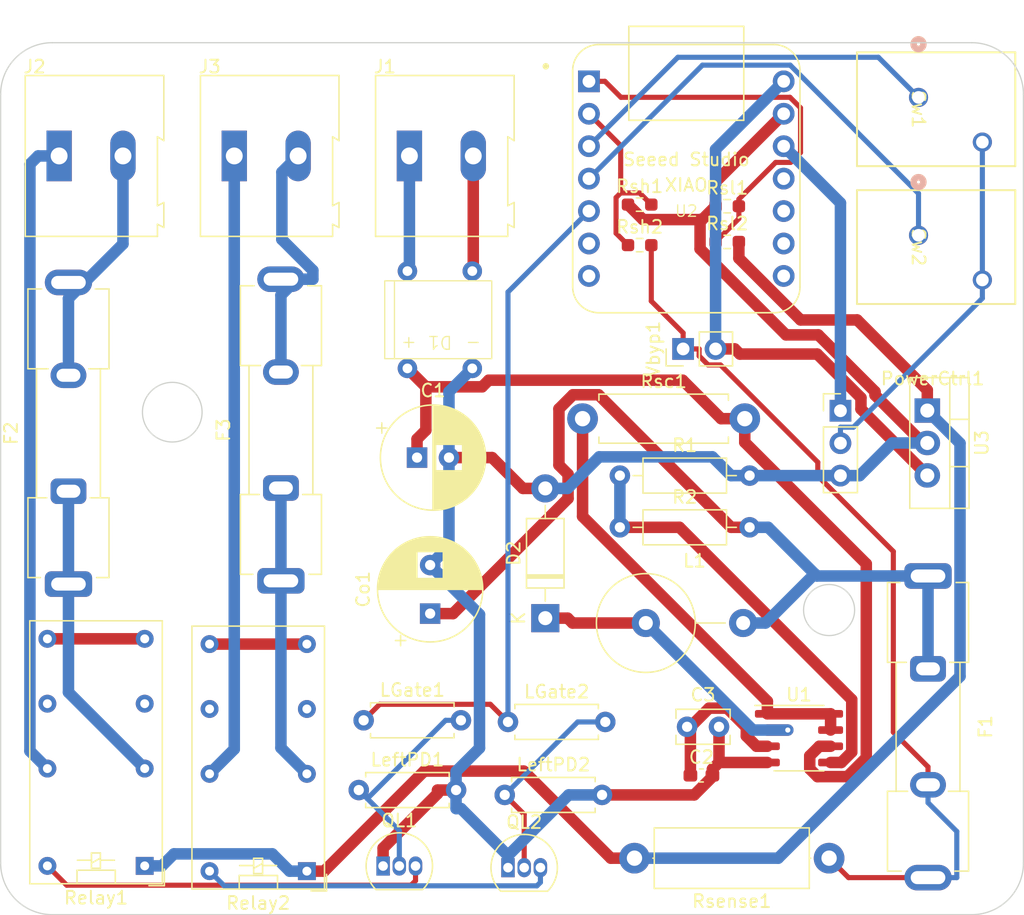
<source format=kicad_pcb>
(kicad_pcb (version 20221018) (generator pcbnew)
  (layers (0 "F.Cu" signal) (31 "B.Cu" signal) (34 "B.Paste" user) (35 "F.Paste" user) (36 "B.SilkS" user "B.Silkscreen") (37 "F.SilkS" user "F.Silkscreen") (38 "B.Mask" user) (39 "F.Mask" user) (44 "Edge.Cuts" user))
  (net 0 "")
  (net 1 "Net-(D1-+)")
  (net 2 "GND")
  (net 3 "Net-(U1-TC)")
  (net 4 "Net-(Co1-Pad1)")
  (net 5 "Net-(J1-Pin_2)")
  (net 6 "Net-(J1-Pin_1)")
  (net 7 "Net-(D2-K)")
  (net 8 "/Vboard")
  (net 9 "Net-(J2-Pin_1)")
  (net 10 "Net-(J2-Pin_2)")
  (net 11 "Net-(J3-Pin_1)")
  (net 12 "Net-(J3-Pin_2)")
  (net 13 "Net-(QL1-G)")
  (net 14 "Net-(QL2-G)")
  (net 15 "/Control1")
  (net 16 "Net-(PowerCtrl1-Pin_1)")
  (net 17 "/Switch Ctrl")
  (net 18 "Net-(QL1-D)")
  (net 19 "Net-(QL2-D)")
  (net 20 "Net-(U1-Vfb)")
  (net 21 "/Vout")
  (net 23 "Net-(Relay1-Pad8)")
  (net 26 "Net-(Relay2-Pad8)")
  (net 28 "Net-(U1-DC)")
  (net 29 "/RsenseH")
  (net 30 "/RsenseL")
  (net 31 "Net-(Sw1-Pin_1)")
  (net 32 "Net-(Sw2-Pin_1)")
  (net 33 "/Control2")
  (net 39 "Net-(U2-5V)")
  (net 40 "Net-(F2-Pad1)")
  (net 41 "Net-(F3-Pad1)")
  (footprint "Seeed Studio XIAO Series Library:XIAO-Generic-Thruhole-14P-2.54-21X17.8MM" (layer "F.Cu") (at 160.523 67.564)
    (fp_text reference "U2" (at 0 2.54) (layer "F.SilkS") (effects (font (size 0.889 0.889) (thickness 0.1016))))
    (fp_text value "~" hide)
    (fp_text user "XIAO" (at 0 0.5 unlocked) (layer "F.SilkS"))
    (fp_text user "Seeed Studio" (at 0 -1.5 unlocked) (layer "F.SilkS"))
    (pad "1" thru_hole rect (at -7.625 -7.62) (size 1.7 1.7) (drill 1) (layers "*.Cu" "*.Mask") (net 30 "/RsenseL"))
    (pad "2" thru_hole circle (at -7.625 -5.08) (size 1.7 1.7) (drill 1) (layers "*.Cu" "*.Mask") (net 29 "/RsenseH"))
    (pad "3" thru_hole circle (at -7.625 -2.54) (size 1.7 1.7) (drill 1) (layers "*.Cu" "*.Mask") (net 31 "Net-(Sw1-Pin_1)"))
    (pad "4" thru_hole circle (at -7.625 0) (size 1.7 1.7) (drill 1) (layers "*.Cu" "*.Mask") (net 32 "Net-(Sw2-Pin_1)"))
    (pad "5" thru_hole circle (at -7.625 2.54) (size 1.7 1.7) (drill 1) (layers "*.Cu" "*.Mask") (net 15 "/Control1"))
    (pad "6" thru_hole circle (at -7.625 5.08 180) (size 1.7 1.7) (drill 1) (layers "*.Cu" "*.Mask") (net 33 "/Control2"))
    (pad "7" thru_hole circle (at -7.625 7.62) (size 1.7 1.7) (drill 1) (layers "*.Cu" "*.Mask"))
    (pad "8" thru_hole circle (at 7.625 7.62) (size 1.7 1.7) (drill 1) (layers "*.Cu" "*.Mask"))
    (pad "9" thru_hole circle (at 7.625 5.08) (size 1.7 1.7) (drill 1) (layers "*.Cu" "*.Mask"))
    (pad "10" thru_hole circle (at 7.625 2.54) (size 1.7 1.7) (drill 1) (layers "*.Cu" "*.Mask"))
    (pad "11" thru_hole circle (at 7.625 0) (size 1.7 1.7) (drill 1) (layers "*.Cu" "*.Mask"))
    (pad "12" thru_hole circle (at 7.625 -2.54) (size 1.7 1.7) (drill 1) (layers "*.Cu" "*.Mask") (net 16 "Net-(PowerCtrl1-Pin_1)"))
    (pad "13" thru_hole circle (at 7.625 -5.08) (size 1.7 1.7) (drill 1) (layers "*.Cu" "*.Mask") (net 2 "GND"))
    (pad "14" thru_hole circle (at 7.625 -7.62) (size 1.7 1.7) (drill 1) (layers "*.Cu" "*.Mask") (net 39 "Net-(U2-5V)"))
  )
  (footprint "Resistor_THT:R_Axial_DIN0414_L11.9mm_D4.5mm_P15.24mm_Horizontal" (layer "F.Cu") (at 171.704 120.777 180)
    (fp_text reference "Rsense1" (at 7.62 -3.37) (layer "F.SilkS"))
    (fp_text value "R")
    (pad "1" thru_hole circle (at 0 0 180) (size 2.4 2.4) (drill 1.2) (layers "*.Cu" "*.Mask") (net 8 "/Vboard"))
    (pad "2" thru_hole oval (at 15.24 0 180) (size 2.4 2.4) (drill 1.2) (layers "*.Cu" "*.Mask") (net 21 "/Vout"))
  )
  (footprint "Resistor_SMD:R_0603_1608Metric_Pad0.98x0.95mm_HandSolder" (layer "F.Cu") (at 163.7265 69.723)
    (fp_text reference "Rsl1" (at 0 -1.43) (layer "F.SilkS"))
    (fp_text value "R")
    (pad "1" smd roundrect (at -0.9125 0) (size 0.975 0.95) (layers "F.Cu" "F.Paste" "F.Mask") (net 2 "GND"))
    (pad "2" smd roundrect (at 0.9125 0) (size 0.975 0.95) (layers "F.Cu" "F.Paste" "F.Mask") (net 30 "/RsenseL"))
  )
  (footprint "Inductor_THT:L_Axial_L16.0mm_D7.5mm_P7.62mm_Vertical_Fastron_XHBCC" (layer "F.Cu") (at 157.353 102.362)
    (fp_text reference "L1" (at 3.81 -4.87) (layer "F.SilkS"))
    (fp_text value "L")
    (pad "1" thru_hole circle (at 0 0) (size 2.2 2.2) (drill 1.1) (layers "*.Cu" "*.Mask") (net 7 "Net-(D2-K)"))
    (pad "2" thru_hole oval (at 7.62 0) (size 2.2 2.2) (drill 1.1) (layers "*.Cu" "*.Mask") (net 4 "Net-(Co1-Pad1)"))
  )
  (footprint "Resistor_THT:R_Axial_DIN0207_L6.3mm_D2.5mm_P7.62mm_Horizontal" (layer "F.Cu") (at 146.558 110.109)
    (fp_text reference "LGate2" (at 3.81 -2.37) (layer "F.SilkS"))
    (fp_text value "R")
    (pad "1" thru_hole circle (at 0 0) (size 1.6 1.6) (drill 0.8) (layers "*.Cu" "*.Mask") (net 15 "/Control1"))
    (pad "2" thru_hole oval (at 7.62 0) (size 1.6 1.6) (drill 0.8) (layers "*.Cu" "*.Mask") (net 14 "Net-(QL2-G)"))
  )
  (footprint "Relay_parts:CONN_1985195" (layer "F.Cu") (at 178.7066 73.8484 -90)
    (fp_text reference "Sw2" (at -0.925 0 -90 unlocked) (layer "F.SilkS"))
    (fp_text value "Screw_Terminal_01x02")
    (pad "1" thru_hole circle (at -1.85 0 270) (size 1.4986 1.4986) (drill 0.9906) (layers "*.Cu" "*.Mask") (net 32 "Net-(Sw2-Pin_1)"))
    (pad "2" thru_hole circle (at 1.650001 -5 270) (size 1.4986 1.4986) (drill 0.9906) (layers "*.Cu" "*.Mask") (net 17 "/Switch Ctrl"))
  )
  (footprint "Capacitor_THT:CP_Radial_D8.0mm_P3.80mm" (layer "F.Cu") (at 140.462 101.6247 90)
    (fp_text reference "Co1" (at 1.9 -5.25 90) (layer "F.SilkS"))
    (fp_text value "C_Polarized")
    (pad "1" thru_hole rect (at 0 0 90) (size 1.6 1.6) (drill 0.8) (layers "*.Cu" "*.Mask") (net 4 "Net-(Co1-Pad1)"))
    (pad "2" thru_hole circle (at 3.8 0 90) (size 1.6 1.6) (drill 0.8) (layers "*.Cu" "*.Mask") (net 2 "GND"))
  )
  (footprint "Resistor_THT:R_Axial_DIN0207_L6.3mm_D2.5mm_P10.16mm_Horizontal" (layer "F.Cu") (at 155.321 90.819)
    (fp_text reference "R1" (at 5.08 -2.37) (layer "F.SilkS"))
    (fp_text value "R")
    (pad "1" thru_hole circle (at 0 0) (size 1.6 1.6) (drill 0.8) (layers "*.Cu" "*.Mask") (net 20 "Net-(U1-Vfb)"))
    (pad "2" thru_hole oval (at 10.16 0) (size 1.6 1.6) (drill 0.8) (layers "*.Cu" "*.Mask") (net 2 "GND"))
  )
  (footprint "Capacitor_THT:CP_Radial_D8.0mm_P2.50mm" (layer "F.Cu") (at 139.4363 89.408)
    (fp_text reference "C1" (at 1.25 -5.25) (layer "F.SilkS"))
    (fp_text value "C_Polarized")
    (pad "1" thru_hole rect (at 0 0) (size 1.6 1.6) (drill 0.8) (layers "*.Cu" "*.Mask") (net 1 "Net-(D1-+)"))
    (pad "2" thru_hole circle (at 2.5 0) (size 1.6 1.6) (drill 0.8) (layers "*.Cu" "*.Mask") (net 2 "GND"))
  )
  (footprint "Relay_THT:Relay_DPDT_Omron_G5V-2" (layer "F.Cu") (at 130.81 121.793 180)
    (fp_text reference "Relay2" (at 3.81 -2.5) (layer "F.SilkS"))
    (fp_text value "G5V-2")
    (pad "1" thru_hole rect (at 0 0 180) (size 1.4 1.4) (drill 0.7) (layers "*.Cu" "*.Mask") (net 21 "/Vout"))
    (pad "4" thru_hole circle (at 0 7.62 180) (size 1.4 1.4) (drill 0.7) (layers "*.Cu" "*.Mask") (net 41 "Net-(F3-Pad1)"))
    (pad "6" thru_hole circle (at 0 12.7 180) (size 1.4 1.4) (drill 0.7) (layers "*.Cu" "*.Mask"))
    (pad "8" thru_hole circle (at 0 17.78 180) (size 1.4 1.4) (drill 0.7) (layers "*.Cu" "*.Mask") (net 26 "Net-(Relay2-Pad8)"))
    (pad "9" thru_hole circle (at 7.62 17.78 180) (size 1.4 1.4) (drill 0.7) (layers "*.Cu" "*.Mask") (net 26 "Net-(Relay2-Pad8)"))
    (pad "11" thru_hole circle (at 7.62 12.7 180) (size 1.4 1.4) (drill 0.7) (layers "*.Cu" "*.Mask"))
    (pad "13" thru_hole circle (at 7.62 7.62 180) (size 1.4 1.4) (drill 0.7) (layers "*.Cu" "*.Mask") (net 11 "Net-(J3-Pin_1)"))
    (pad "16" thru_hole circle (at 7.62 0 180) (size 1.4 1.4) (drill 0.7) (layers "*.Cu" "*.Mask") (net 19 "Net-(QL2-D)"))
  )
  (footprint "Resistor_THT:R_Axial_DIN0207_L6.3mm_D2.5mm_P7.62mm_Horizontal" (layer "F.Cu") (at 135.255 109.982)
    (fp_text reference "LGate1" (at 3.81 -2.37) (layer "F.SilkS"))
    (fp_text value "R")
    (pad "1" thru_hole circle (at 0 0) (size 1.6 1.6) (drill 0.8) (layers "*.Cu" "*.Mask") (net 15 "/Control1"))
    (pad "2" thru_hole oval (at 7.62 0) (size 1.6 1.6) (drill 0.8) (layers "*.Cu" "*.Mask") (net 13 "Net-(QL1-G)"))
  )
  (footprint "Connector_PinHeader_2.54mm:PinHeader_1x03_P2.54mm_Vertical" (layer "F.Cu") (at 172.593 85.74)
    (fp_text reference "PowerCtrl1" (at 7.2155 -2.517) (layer "F.SilkS"))
    (fp_text value "Conn_01x03_Pin")
    (pad "1" thru_hole rect (at 0 0) (size 1.7 1.7) (drill 1) (layers "*.Cu" "*.Mask") (net 16 "Net-(PowerCtrl1-Pin_1)"))
    (pad "2" thru_hole oval (at 0 2.54) (size 1.7 1.7) (drill 1) (layers "*.Cu" "*.Mask") (net 17 "/Switch Ctrl"))
    (pad "3" thru_hole oval (at 0 5.08) (size 1.7 1.7) (drill 1) (layers "*.Cu" "*.Mask") (net 2 "GND"))
  )
  (footprint "Fuse:Fuseholder_Clip-5x20mm_Keystone_3512P_Inline_P23.62x7.27mm_D1.02x2.41x1.02x1.57mm_Horizontal" (layer "F.Cu") (at 179.451 98.68 -90)
    (fp_text reference "F1" (at 11.81 -4.5 90) (layer "F.SilkS"))
    (fp_text value "Fuse_Small")
    (pad "1" thru_hole roundrect (at 0 0 270) (size 2 3.7) (drill oval 1.02 2.71) (layers "*.Cu" "*.Mask") (net 4 "Net-(Co1-Pad1)"))
    (pad "1" thru_hole roundrect (at 7.27 0 270) (size 2 2.8) (drill oval 1.02 1.87) (layers "*.Cu" "*.Mask") (net 4 "Net-(Co1-Pad1)"))
    (pad "2" thru_hole oval (at 16.35 0 270) (size 2 2.8) (drill oval 1.02 1.87) (layers "*.Cu" "*.Mask") (net 8 "/Vboard"))
    (pad "2" thru_hole oval (at 23.62 0 270) (size 2 3.7) (drill oval 1.02 2.71) (layers "*.Cu" "*.Mask") (net 8 "/Vboard"))
  )
  (footprint "Capacitor_SMD:C_0603_1608Metric_Pad1.08x0.95mm_HandSolder" (layer "F.Cu") (at 161.706 114.3)
    (fp_text reference "C2" (at 0 -1.43) (layer "F.SilkS"))
    (fp_text value "Ct")
    (pad "1" smd roundrect (at -0.8625 0) (size 1.075 0.95) (layers "F.Cu" "F.Paste" "F.Mask") (net 3 "Net-(U1-TC)"))
    (pad "2" smd roundrect (at 0.8625 0) (size 1.075 0.95) (layers "F.Cu" "F.Paste" "F.Mask") (net 2 "GND"))
  )
  (footprint "Relay_parts:CONN_1985195" (layer "F.Cu") (at 178.7066 63.0534 -90)
    (fp_text reference "Sw1" (at -0.925 0 -90 unlocked) (layer "F.SilkS"))
    (fp_text value "Screw_Terminal_01x02")
    (pad "1" thru_hole circle (at -1.85 0 270) (size 1.4986 1.4986) (drill 0.9906) (layers "*.Cu" "*.Mask") (net 31 "Net-(Sw1-Pin_1)"))
    (pad "2" thru_hole circle (at 1.650001 -5 270) (size 1.4986 1.4986) (drill 0.9906) (layers "*.Cu" "*.Mask") (net 17 "/Switch Ctrl"))
  )
  (footprint "Connector_PinHeader_2.54mm:PinHeader_1x02_P2.54mm_Vertical" (layer "F.Cu") (at 160.274 80.899 90)
    (fp_text reference "Vbyp1" (at 0 -2.33 90) (layer "F.SilkS"))
    (fp_text value "Conn_01x02_Pin")
    (pad "1" thru_hole rect (at 0 0 90) (size 1.7 1.7) (drill 1) (layers "*.Cu" "*.Mask") (net 8 "/Vboard"))
    (pad "2" thru_hole oval (at 0 2.54 90) (size 1.7 1.7) (drill 1) (layers "*.Cu" "*.Mask") (net 39 "Net-(U2-5V)"))
  )
  (footprint "Resistor_THT:R_Axial_DIN0207_L6.3mm_D2.5mm_P7.62mm_Horizontal" (layer "F.Cu") (at 146.304 115.824)
    (fp_text reference "LeftPD2" (at 3.81 -2.37) (layer "F.SilkS"))
    (fp_text value "R")
    (pad "1" thru_hole circle (at 0 0) (size 1.6 1.6) (drill 0.8) (layers "*.Cu" "*.Mask") (net 14 "Net-(QL2-G)"))
    (pad "2" thru_hole oval (at 7.62 0) (size 1.6 1.6) (drill 0.8) (layers "*.Cu" "*.Mask") (net 2 "GND"))
  )
  (footprint "Package_TO_SOT_THT:TO-92_Inline" (layer "F.Cu") (at 146.558 121.518)
    (fp_text reference "QL2" (at 1.27 -3.56) (layer "F.SilkS"))
    (fp_text value "2N7000")
    (pad "1" thru_hole rect (at 0 0) (size 1.05 1.5) (drill 0.75) (layers "*.Cu" "*.Mask") (net 2 "GND"))
    (pad "2" thru_hole oval (at 1.27 0) (size 1.05 1.5) (drill 0.75) (layers "*.Cu" "*.Mask") (net 14 "Net-(QL2-G)"))
    (pad "3" thru_hole oval (at 2.54 0) (size 1.05 1.5) (drill 0.75) (layers "*.Cu" "*.Mask") (net 19 "Net-(QL2-D)"))
  )
  (footprint "TerminalBlock:TerminalBlock_Altech_AK300-2_P5.00mm" (layer "F.Cu") (at 111.408 65.786)
    (fp_text reference "J2" (at -1.92 -6.99) (layer "F.SilkS"))
    (fp_text value "Contactor1")
    (pad "1" thru_hole rect (at 0 0) (size 1.98 3.96) (drill 1.32) (layers "*.Cu" "*.Mask") (net 9 "Net-(J2-Pin_1)"))
    (pad "2" thru_hole oval (at 5 0) (size 1.98 3.96) (drill 1.32) (layers "*.Cu" "*.Mask") (net 10 "Net-(J2-Pin_2)"))
  )
  (footprint "CustomParts:DB_M" (layer "F.Cu") (at 141.224 79.883 180)
    (fp_text reference "D1" (at 0 -0.5 180 unlocked) (layer "F.SilkS") (effects (font (thickness 0.1))))
    (fp_text value "D_Bridge_+-AA")
    (fp_text user "-     +" (at -3.302 0 180 unlocked) (layer "F.SilkS") (effects (font (thickness 0.1)) (justify left bottom)))
    (pad "1" thru_hole circle (at 2.54 -2.54 180) (size 1.524 1.524) (drill 0.762) (layers "*.Cu" "*.Mask") (net 1 "Net-(D1-+)"))
    (pad "2" thru_hole circle (at -2.54 -2.54 180) (size 1.524 1.524) (drill 0.762) (layers "*.Cu" "*.Mask") (net 2 "GND"))
    (pad "3" thru_hole circle (at -2.54 5.08 180) (size 1.524 1.524) (drill 0.762) (layers "*.Cu" "*.Mask") (net 5 "Net-(J1-Pin_2)"))
    (pad "4" thru_hole circle (at 2.54 5.08 180) (size 1.524 1.524) (drill 0.762) (layers "*.Cu" "*.Mask") (net 6 "Net-(J1-Pin_1)"))
  )
  (footprint "Resistor_SMD:R_0603_1608Metric_Pad0.98x0.95mm_HandSolder" (layer "F.Cu") (at 156.8685 72.771)
    (fp_text reference "Rsh2" (at 0 -1.43) (layer "F.SilkS"))
    (fp_text value "R")
    (pad "1" smd roundrect (at -0.9125 0) (size 0.975 0.95) (layers "F.Cu" "F.Paste" "F.Mask") (net 29 "/RsenseH"))
    (pad "2" smd roundrect (at 0.9125 0) (size 0.975 0.95) (layers "F.Cu" "F.Paste" "F.Mask") (net 8 "/Vboard"))
  )
  (footprint "Resistor_THT:R_Axial_DIN0207_L6.3mm_D2.5mm_P10.16mm_Horizontal" (layer "F.Cu") (at 155.321 94.869)
    (fp_text reference "R2" (at 5.08 -2.37) (layer "F.SilkS"))
    (fp_text value "R")
    (pad "1" thru_hole circle (at 0 0) (size 1.6 1.6) (drill 0.8) (layers "*.Cu" "*.Mask") (net 20 "Net-(U1-Vfb)"))
    (pad "2" thru_hole oval (at 10.16 0) (size 1.6 1.6) (drill 0.8) (layers "*.Cu" "*.Mask") (net 4 "Net-(Co1-Pad1)"))
  )
  (footprint "Resistor_SMD:R_0603_1608Metric_Pad0.98x0.95mm_HandSolder" (layer "F.Cu") (at 163.7265 72.517)
    (fp_text reference "Rsl2" (at 0 -1.43) (layer "F.SilkS"))
    (fp_text value "R")
    (pad "1" smd roundrect (at -0.9125 0) (size 0.975 0.95) (layers "F.Cu" "F.Paste" "F.Mask") (net 30 "/RsenseL"))
    (pad "2" smd roundrect (at 0.9125 0) (size 0.975 0.95) (layers "F.Cu" "F.Paste" "F.Mask") (net 21 "/Vout"))
  )
  (footprint "Fuse:Fuseholder_Clip-5x20mm_Keystone_3512P_Inline_P23.62x7.27mm_D1.02x2.41x1.02x1.57mm_Horizontal" (layer "F.Cu") (at 112.141 99.313 90)
    (fp_text reference "F2" (at 11.81 -4.5 90) (layer "F.SilkS"))
    (fp_text value "Fuse_Small")
    (pad "1" thru_hole roundrect (at 0 0 90) (size 2 3.7) (drill oval 1.02 2.71) (layers "*.Cu" "*.Mask") (net 40 "Net-(F2-Pad1)"))
    (pad "1" thru_hole roundrect (at 7.27 0 90) (size 2 2.8) (drill oval 1.02 1.87) (layers "*.Cu" "*.Mask") (net 40 "Net-(F2-Pad1)"))
    (pad "2" thru_hole oval (at 16.35 0 90) (size 2 2.8) (drill oval 1.02 1.87) (layers "*.Cu" "*.Mask") (net 10 "Net-(J2-Pin_2)"))
    (pad "2" thru_hole oval (at 23.62 0 90) (size 2 3.7) (drill oval 1.02 2.71) (layers "*.Cu" "*.Mask") (net 10 "Net-(J2-Pin_2)"))
  )
  (footprint "Fuse:Fuseholder_Clip-5x20mm_Keystone_3512P_Inline_P23.62x7.27mm_D1.02x2.41x1.02x1.57mm_Horizontal" (layer "F.Cu") (at 128.778 99.059 90)
    (fp_text reference "F3" (at 11.81 -4.5 90) (layer "F.SilkS"))
    (fp_text value "Fuse_Small")
    (pad "1" thru_hole roundrect (at 0 0 90) (size 2 3.7) (drill oval 1.02 2.71) (layers "*.Cu" "*.Mask") (net 41 "Net-(F3-Pad1)"))
    (pad "1" thru_hole roundrect (at 7.27 0 90) (size 2 2.8) (drill oval 1.02 1.87) (layers "*.Cu" "*.Mask") (net 41 "Net-(F3-Pad1)"))
    (pad "2" thru_hole oval (at 16.35 0 90) (size 2 2.8) (drill oval 1.02 1.87) (layers "*.Cu" "*.Mask") (net 12 "Net-(J3-Pin_2)"))
    (pad "2" thru_hole oval (at 23.62 0 90) (size 2 3.7) (drill oval 1.02 2.71) (layers "*.Cu" "*.Mask") (net 12 "Net-(J3-Pin_2)"))
  )
  (footprint "Resistor_THT:R_Axial_DIN0207_L6.3mm_D2.5mm_P7.62mm_Horizontal" (layer "F.Cu") (at 134.874 115.443)
    (fp_text reference "LeftPD1" (at 3.81 -2.37) (layer "F.SilkS"))
    (fp_text value "R")
    (pad "1" thru_hole circle (at 0 0) (size 1.6 1.6) (drill 0.8) (layers "*.Cu" "*.Mask") (net 13 "Net-(QL1-G)"))
    (pad "2" thru_hole oval (at 7.62 0) (size 1.6 1.6) (drill 0.8) (layers "*.Cu" "*.Mask") (net 2 "GND"))
  )
  (footprint "TerminalBlock:TerminalBlock_Altech_AK300-2_P5.00mm" (layer "F.Cu") (at 125.124 65.786)
    (fp_text reference "J3" (at -1.92 -6.99) (layer "F.SilkS"))
    (fp_text value "Contactor1")
    (pad "1" thru_hole rect (at 0 0) (size 1.98 3.96) (drill 1.32) (layers "*.Cu" "*.Mask") (net 11 "Net-(J3-Pin_1)"))
    (pad "2" thru_hole oval (at 5 0) (size 1.98 3.96) (drill 1.32) (layers "*.Cu" "*.Mask") (net 12 "Net-(J3-Pin_2)"))
  )
  (footprint "Package_TO_SOT_THT:TO-220-3_Vertical" (layer "F.Cu") (at 179.395 85.725 -90)
    (fp_text reference "U3" (at 2.54 -4.27 90) (layer "F.SilkS"))
    (fp_text value "LM7805_TO220")
    (pad "1" thru_hole rect (at 0 0 270) (size 1.905 2) (drill 1.1) (layers "*.Cu" "*.Mask") (net 21 "/Vout"))
    (pad "2" thru_hole oval (at 2.54 0 270) (size 1.905 2) (drill 1.1) (layers "*.Cu" "*.Mask") (net 2 "GND"))
    (pad "3" thru_hole oval (at 5.08 0 270) (size 1.905 2) (drill 1.1) (layers "*.Cu" "*.Mask") (net 39 "Net-(U2-5V)"))
  )
  (footprint "Resistor_SMD:R_0603_1608Metric_Pad0.98x0.95mm_HandSolder" (layer "F.Cu") (at 156.8685 69.596)
    (fp_text reference "Rsh1" (at 0 -1.43) (layer "F.SilkS"))
    (fp_text value "R")
    (pad "1" smd roundrect (at -0.9125 0) (size 0.975 0.95) (layers "F.Cu" "F.Paste" "F.Mask") (net 2 "GND"))
    (pad "2" smd roundrect (at 0.9125 0) (size 0.975 0.95) (layers "F.Cu" "F.Paste" "F.Mask") (net 29 "/RsenseH"))
  )
  (footprint "Relay_THT:Relay_DPDT_Omron_G5V-2" (layer "F.Cu") (at 118.11 121.3795 180)
    (fp_text reference "Relay1" (at 3.81 -2.5) (layer "F.SilkS"))
    (fp_text value "G5V-2")
    (pad "1" thru_hole rect (at 0 0 180) (size 1.4 1.4) (drill 0.7) (layers "*.Cu" "*.Mask") (net 21 "/Vout"))
    (pad "4" thru_hole circle (at 0 7.62 180) (size 1.4 1.4) (drill 0.7) (layers "*.Cu" "*.Mask") (net 40 "Net-(F2-Pad1)"))
    (pad "6" thru_hole circle (at 0 12.7 180) (size 1.4 1.4) (drill 0.7) (layers "*.Cu" "*.Mask"))
    (pad "8" thru_hole circle (at 0 17.78 180) (size 1.4 1.4) (drill 0.7) (layers "*.Cu" "*.Mask") (net 23 "Net-(Relay1-Pad8)"))
    (pad "9" thru_hole circle (at 7.62 17.78 180) (size 1.4 1.4) (drill 0.7) (layers "*.Cu" "*.Mask") (net 23 "Net-(Relay1-Pad8)"))
    (pad "11" thru_hole circle (at 7.62 12.7 180) (size 1.4 1.4) (drill 0.7) (layers "*.Cu" "*.Mask"))
    (pad "13" thru_hole circle (at 7.62 7.62 180) (size 1.4 1.4) (drill 0.7) (layers "*.Cu" "*.Mask") (net 9 "Net-(J2-Pin_1)"))
    (pad "16" thru_hole circle (at 7.62 0 180) (size 1.4 1.4) (drill 0.7) (layers "*.Cu" "*.Mask") (net 18 "Net-(QL1-D)"))
  )
  (footprint "Package_SO:SOIC-8_3.9x4.9mm_P1.27mm" (layer "F.Cu") (at 169.346 111.379)
    (fp_text reference "U1" (at 0 -3.4) (layer "F.SilkS"))
    (fp_text value "MC33063AD")
    (pad "1" smd roundrect (at -2.475 -1.905) (size 1.95 0.6) (layers "F.Cu" "F.Paste" "F.Mask") (net 28 "Net-(U1-DC)"))
    (pad "2" smd roundrect (at -2.475 -0.635) (size 1.95 0.6) (layers "F.Cu" "F.Paste" "F.Mask") (net 7 "Net-(D2-K)"))
    (pad "3" smd roundrect (at -2.475 0.635) (size 1.95 0.6) (layers "F.Cu" "F.Paste" "F.Mask") (net 3 "Net-(U1-TC)"))
    (pad "4" smd roundrect (at -2.475 1.905) (size 1.95 0.6) (layers "F.Cu" "F.Paste" "F.Mask") (net 2 "GND"))
    (pad "5" smd roundrect (at 2.475 1.905) (size 1.95 0.6) (layers "F.Cu" "F.Paste" "F.Mask") (net 20 "Net-(U1-Vfb)"))
    (pad "6" smd roundrect (at 2.475 0.635) (size 1.95 0.6) (layers "F.Cu" "F.Paste" "F.Mask") (net 1 "Net-(D1-+)"))
    (pad "7" smd roundrect (at 2.475 -0.635) (size 1.95 0.6) (layers "F.Cu" "F.Paste" "F.Mask") (net 28 "Net-(U1-DC)"))
    (pad "8" smd roundrect (at 2.475 -1.905) (size 1.95 0.6) (layers "F.Cu" "F.Paste" "F.Mask") (net 28 "Net-(U1-DC)"))
  )
  (footprint "Resistor_THT:R_Axial_DIN0411_L9.9mm_D3.6mm_P12.70mm_Horizontal" (layer "F.Cu") (at 152.4 86.36)
    (fp_text reference "Rsc1" (at 6.35 -2.92) (layer "F.SilkS"))
    (fp_text value "R")
    (pad "1" thru_hole circle (at 0 0) (size 2.4 2.4) (drill 1.2) (layers "*.Cu" "*.Mask") (net 28 "Net-(U1-DC)"))
    (pad "2" thru_hole oval (at 12.7 0) (size 2.4 2.4) (drill 1.2) (layers "*.Cu" "*.Mask") (net 1 "Net-(D1-+)"))
  )
  (footprint "TerminalBlock:TerminalBlock_Altech_AK300-2_P5.00mm" (layer "F.Cu") (at 138.84 65.786)
    (fp_text reference "J1" (at -1.92 -6.99) (layer "F.SilkS"))
    (fp_text value "24Vac")
    (pad "1" thru_hole rect (at 0 0) (size 1.98 3.96) (drill 1.32) (layers "*.Cu" "*.Mask") (net 6 "Net-(J1-Pin_1)"))
    (pad "2" thru_hole oval (at 5 0) (size 1.98 3.96) (drill 1.32) (layers "*.Cu" "*.Mask") (net 5 "Net-(J1-Pin_2)"))
  )
  (footprint "Diode_THT:D_DO-41_SOD81_P10.16mm_Horizontal" (layer "F.Cu") (at 149.479 101.981 90)
    (fp_text reference "D2" (at 5.08 -2.47 90) (layer "F.SilkS"))
    (fp_text value "1N5819")
    (fp_text user "K" (at 0 -2.1 90) (layer "F.SilkS"))
    (pad "1" thru_hole rect (at 0 0 90) (size 2.2 2.2) (drill 1.1) (layers "*.Cu" "*.Mask") (net 7 "Net-(D2-K)"))
    (pad "2" thru_hole oval (at 10.16 0 90) (size 2.2 2.2) (drill 1.1) (layers "*.Cu" "*.Mask") (net 2 "GND"))
  )
  (footprint "Package_TO_SOT_THT:TO-92_Inline" (layer "F.Cu") (at 136.779 121.391)
    (fp_text reference "QL1" (at 1.27 -3.56) (layer "F.SilkS"))
    (fp_text value "2N7000")
    (pad "1" thru_hole rect (at 0 0) (size 1.05 1.5) (drill 0.75) (layers "*.Cu" "*.Mask") (net 2 "GND"))
    (pad "2" thru_hole oval (at 1.27 0) (size 1.05 1.5) (drill 0.75) (layers "*.Cu" "*.Mask") (net 13 "Net-(QL1-G)"))
    (pad "3" thru_hole oval (at 2.54 0) (size 1.05 1.5) (drill 0.75) (layers "*.Cu" "*.Mask") (net 18 "Net-(QL1-D)"))
  )
  (footprint "Capacitor_THT:C_Rect_L4.0mm_W2.5mm_P2.50mm" (layer "F.Cu") (at 160.583 110.49)
    (fp_text reference "C3" (at 1.25 -2.5) (layer "F.SilkS"))
    (fp_text value "Ct")
    (pad "1" thru_hole circle (at 0 0) (size 1.6 1.6) (drill 0.8) (layers "*.Cu" "*.Mask") (net 3 "Net-(U1-TC)"))
    (pad "2" thru_hole circle (at 2.5 0) (size 1.6 1.6) (drill 0.8) (layers "*.Cu" "*.Mask") (net 2 "GND"))
  )
  (gr_arc (start 110.871 125.20011) (mid 108.012796 124.016203) (end 106.828888 121.157998) (stroke (width 0.1)) (layer "Edge.Cuts"))
  (gr_arc (start 106.82889 60.96) (mid 108.012797 58.101796) (end 110.871002 56.917888) (stroke (width 0.1)) (layer "Edge.Cuts"))
  (gr_line (start 186.92211 121.158) (end 186.922112 60.96) (stroke (width 0.1)) (layer "Edge.Cuts"))
  (gr_line (start 182.88 56.917888) (end 110.871002 56.917888) (stroke (width 0.1)) (layer "Edge.Cuts"))
  (gr_line (start 106.82889 60.96) (end 106.828888 121.157998) (stroke (width 0.1)) (layer "Edge.Cuts"))
  (gr_arc (start 186.92211 121.158) (mid 185.738203 124.016204) (end 182.879998 125.200112) (stroke (width 0.1)) (layer "Edge.Cuts"))
  (gr_circle (center 120.269 85.852) (end 121.158 88.011) (stroke (width 0.1)) (fill none) (layer "Edge.Cuts"))
  (gr_arc (start 182.88 56.917888) (mid 185.738205 58.101795) (end 186.922112 60.96) (stroke (width 0.1)) (layer "Edge.Cuts"))
  (gr_line (start 110.871 125.20011) (end 182.879998 125.200112) (stroke (width 0.1)) (layer "Edge.Cuts"))
  (gr_circle (center 171.704 101.346) (end 173.704 101.346) (stroke (width 0.1)) (fill none) (layer "Edge.Cuts"))
  (segment (start 140.1273 87.2651) (end 139.4363 87.9561) (width 0.9) (layer "F.Cu") (net 1))
  (segment (start 173.1392 114.3905) (end 170.7925 114.3905) (width 0.9) (layer "F.Cu") (net 1))
  (segment (start 163.2481 86.36) (end 160.2359 83.3478) (width 0.9) (layer "F.Cu") (net 1))
  (segment (start 140.1273 83.8663) (end 140.1273 87.2651) (width 0.9) (layer "F.Cu") (net 1))
  (segment (start 170.7925 114.3905) (end 170.1877 113.7857) (width 0.9) (layer "F.Cu") (net 1))
  (segment (start 139.4363 89.408) (end 139.4363 87.9561) (width 0.9) (layer "F.Cu") (net 1))
  (segment (start 174.6171 97.729) (end 174.6171 112.9126) (width 0.9) (layer "F.Cu") (net 1))
  (segment (start 164.1741 86.36) (end 163.2481 86.36) (width 0.9) (layer "F.Cu") (net 1))
  (segment (start 174.6171 112.9126) (end 173.1392 114.3905) (width 0.9) (layer "F.Cu") (net 1))
  (segment (start 165.1 88.2119) (end 174.6171 97.729) (width 0.9) (layer "F.Cu") (net 1))
  (segment (start 165.1 86.36) (end 165.1 88.2119) (width 0.9) (layer "F.Cu") (net 1))
  (segment (start 160.2359 83.3478) (end 145.05 83.3478) (width 0.9) (layer "F.Cu") (net 1))
  (segment (start 145.05 83.3478) (end 144.5315 83.8663) (width 0.9) (layer "F.Cu") (net 1))
  (segment (start 170.1877 113.7857) (end 170.1877 112.7671) (width 0.9) (layer "F.Cu") (net 1))
  (segment (start 170.1877 112.7671) (end 170.9408 112.014) (width 0.9) (layer "F.Cu") (net 1))
  (segment (start 140.1273 83.8663) (end 138.684 82.423) (width 0.9) (layer "F.Cu") (net 1))
  (segment (start 170.9408 112.014) (end 171.821 112.014) (width 0.9) (layer "F.Cu") (net 1))
  (segment (start 164.1741 86.36) (end 165.1 86.36) (width 0.9) (layer "F.Cu") (net 1))
  (segment (start 144.5315 83.8663) (end 140.1273 83.8663) (width 0.9) (layer "F.Cu") (net 1))
  (segment (start 142.494 115.443) (end 141.0421 115.443) (width 0.9) (layer "F.Cu") (net 2))
  (segment (start 175.3015 84.5189) (end 175.3015 84.2437) (width 0.9) (layer "F.Cu") (net 2))
  (segment (start 162.5685 114.3) (end 162.5685 113.7985) (width 0.9) (layer "F.Cu") (net 2))
  (segment (start 168.148 62.484) (end 162.814 67.818) (width 0.9) (layer "F.Cu") (net 2))
  (segment (start 136.779 121.391) (end 136.779 119.9891) (width 0.9) (layer "F.Cu") (net 2))
  (segment (start 179.395 88.265) (end 179.0476 88.265) (width 0.9) (layer "F.Cu") (net 2))
  (segment (start 168.3297 79.7986) (end 161.5996 73.0685) (width 0.9) (layer "F.Cu") (net 2))
  (segment (start 161.5996 70.7692) (end 161.7678 70.7692) (width 0.9) (layer "F.Cu") (net 2))
  (segment (start 161.141 115.824) (end 153.924 115.824) (width 0.9) (layer "F.Cu") (net 2))
  (segment (start 149.479 91.821) (end 147.7271 91.821) (width 0.9) (layer "F.Cu") (net 2))
  (segment (start 162.814 67.818) (end 162.814 69.723) (width 0.9) (layer "F.Cu") (net 2))
  (segment (start 162.5685 114.3) (end 162.5685 114.3965) (width 0.9) (layer "F.Cu") (net 2))
  (segment (start 163.083 110.49) (end 163.083 113.284) (width 0.9) (layer "F.Cu") (net 2))
  (segment (start 161.7678 70.7692) (end 162.814 69.723) (width 0.9) (layer "F.Cu") (net 2))
  (segment (start 175.3015 84.2437) (end 170.8564 79.7986) (width 0.9) (layer "F.Cu") (net 2))
  (segment (start 145.3141 89.408) (end 147.7271 91.821) (width 0.9) (layer "F.Cu") (net 2))
  (segment (start 179.0476 88.265) (end 175.3015 84.5189) (width 0.9) (layer "F.Cu") (net 2))
  (segment (start 141.9363 89.408) (end 145.3141 89.408) (width 0.9) (layer "F.Cu") (net 2))
  (segment (start 141.0421 115.726) (end 141.0421 115.443) (width 0.9) (layer "F.Cu") (net 2))
  (segment (start 162.5685 114.3965) (end 161.141 115.824) (width 0.9) (layer "F.Cu") (net 2))
  (segment (start 161.5996 73.0685) (end 161.5996 70.7692) (width 0.9) (layer "F.Cu") (net 2))
  (segment (start 155.956 69.596) (end 157.1292 70.7692) (width 0.9) (layer "F.Cu") (net 2))
  (segment (start 170.8564 79.7986) (end 168.3297 79.7986) (width 0.9) (layer "F.Cu") (net 2))
  (segment (start 163.083 113.284) (end 166.871 113.284) (width 0.9) (layer "F.Cu") (net 2))
  (segment (start 136.779 119.9891) (end 141.0421 115.726) (width 0.9) (layer "F.Cu") (net 2))
  (segment (start 162.5685 113.7985) (end 163.083 113.284) (width 0.9) (layer "F.Cu") (net 2))
  (segment (start 157.1292 70.7692) (end 161.5996 70.7692) (width 0.9) (layer "F.Cu") (net 2))
  (segment (start 153.7009 89.351) (end 162.5611 89.351) (width 0.9) (layer "B.Cu") (net 2))
  (segment (start 142.494 115.443) (end 142.494 113.9911) (width 0.9) (layer "B.Cu") (net 2))
  (segment (start 151.2309 91.821) (end 153.7009 89.351) (width 0.9) (layer "B.Cu") (net 2))
  (segment (start 141.9363 84.2507) (end 143.764 82.423) (width 0.9) (layer "B.Cu") (net 2))
  (segment (start 141.9363 96.3504) (end 141.9363 89.408) (width 0.9) (layer "B.Cu") (net 2))
  (segment (start 165.481 90.819) (end 164.0291 90.819) (width 0.9) (layer "B.Cu") (net 2))
  (segment (start 144.3272 101.6899) (end 144.3272 112.1579) (width 0.9) (layer "B.Cu") (net 2))
  (segment (start 173.1912 90.82) (end 172.593 90.82) (width 0.9) (layer "B.Cu") (net 2))
  (segment (start 146.558 120.817) (end 146.558 120.5734) (width 0.9) (layer "B.Cu") (net 2))
  (segment (start 142.494 115.443) (end 142.494 116.8949) (width 0.9) (layer "B.Cu") (net 2))
  (segment (start 146.558 120.5734) (end 142.8795 116.8949) (width 0.9) (layer "B.Cu") (net 2))
  (segment (start 141.9363 89.408) (end 141.9363 84.2507) (width 0.9) (layer "B.Cu") (net 2))
  (segment (start 142.8795 116.8949) (end 142.494 116.8949) (width 0.9) (layer "B.Cu") (net 2))
  (segment (start 179.395 88.265) (end 176.6499 88.265) (width 0.9) (layer "B.Cu") (net 2))
  (segment (start 151.3074 115.824) (end 146.558 120.5734) (width 0.9) (layer "B.Cu") (net 2))
  (segment (start 146.558 121.518) (end 146.558 120.817) (width 0.9) (layer "B.Cu") (net 2))
  (segment (start 149.479 91.821) (end 151.2309 91.821) (width 0.9) (layer "B.Cu") (net 2))
  (segment (start 140.462 97.8247) (end 141.9363 96.3504) (width 0.9) (layer "B.Cu") (net 2))
  (segment (start 153.924 115.824) (end 151.3074 115.824) (width 0.9) (layer "B.Cu") (net 2))
  (segment (start 173.1912 90.82) (end 174.0949 90.82) (width 0.9) (layer "B.Cu") (net 2))
  (segment (start 172.593 90.82) (end 171.0911 90.82) (width 0.9) (layer "B.Cu") (net 2))
  (segment (start 140.462 97.8247) (end 144.3272 101.6899) (width 0.9) (layer "B.Cu") (net 2))
  (segment (start 162.5611 89.351) (end 164.0291 90.819) (width 0.9) (layer "B.Cu") (net 2))
  (segment (start 171.0901 90.819) (end 171.0911 90.82) (width 0.9) (layer "B.Cu") (net 2))
  (segment (start 176.6499 88.265) (end 174.0949 90.82) (width 0.9) (layer "B.Cu") (net 2))
  (segment (start 144.3272 112.1579) (end 142.494 113.9911) (width 0.9) (layer "B.Cu") (net 2))
  (segment (start 165.481 90.819) (end 171.0901 90.819) (width 0.9) (layer "B.Cu") (net 2))
  (segment (start 160.8435 110.49) (end 160.583 110.49) (width 0.9) (layer "F.Cu") (net 3))
  (segment (start 160.8435 110.49) (end 160.8435 114.3) (width 0.9) (layer "F.Cu") (net 3))
  (segment (start 165.2217 110.5283) (end 163.7234 109.03) (width 0.9) (layer "F.Cu") (net 3))
  (segment (start 166.0243 112.014) (end 165.2217 111.2114) (width 0.9) (layer "F.Cu") (net 3))
  (segment (start 162.3035 109.03) (end 160.8435 110.49) (width 0.9) (layer "F.Cu") (net 3))
  (segment (start 163.7234 109.03) (end 162.3035 109.03) (width 0.9) (layer "F.Cu") (net 3))
  (segment (start 166.871 112.014) (end 166.0243 112.014) (width 0.9) (layer "F.Cu") (net 3))
  (segment (start 165.2217 111.2114) (end 165.2217 110.5283) (width 0.9) (layer "F.Cu") (net 3))
  (segment (start 142.2516 101.6247) (end 140.462 101.6247) (width 0.9) (layer "F.Cu") (net 4))
  (segment (start 151.2631 92.6132) (end 142.2516 101.6247) (width 0.9) (layer "F.Cu") (net 4))
  (segment (start 151.6516 84.4871) (end 150.5481 85.5906) (width 0.9) (layer "F.Cu") (net 4))
  (segment (start 150.5481 89.9945) (end 151.2631 90.7095) (width 0.9) (layer "F.Cu") (net 4))
  (segment (start 151.2631 90.7095) (end 151.2631 92.6132) (width 0.9) (layer "F.Cu") (net 4))
  (segment (start 153.6472 84.4871) (end 151.6516 84.4871) (width 0.9) (layer "F.Cu") (net 4))
  (segment (start 165.481 94.869) (end 164.0291 94.869) (width 0.9) (layer "F.Cu") (net 4))
  (segment (start 150.5481 85.5906) (end 150.5481 89.9945) (width 0.9) (layer "F.Cu") (net 4))
  (segment (start 164.0291 94.869) (end 153.6472 84.4871) (width 0.9) (layer "F.Cu") (net 4))
  (segment (start 179.451 98.68) (end 170.7439 98.68) (width 0.9) (layer "B.Cu") (net 4))
  (segment (start 165.481 94.869) (end 166.9329 94.869) (width 0.9) (layer "B.Cu") (net 4))
  (segment (start 170.7439 98.68) (end 170.5754 98.5115) (width 0.9) (layer "B.Cu") (net 4))
  (segment (start 170.5754 98.5115) (end 166.7249 102.362) (width 0.9) (layer "B.Cu") (net 4))
  (segment (start 179.451 105.95) (end 179.451 98.68) (width 0.9) (layer "B.Cu") (net 4))
  (segment (start 170.5754 98.5115) (end 166.9329 94.869) (width 0.9) (layer "B.Cu") (net 4))
  (segment (start 164.973 102.362) (end 166.7249 102.362) (width 0.9) (layer "B.Cu") (net 4))
  (segment (start 143.764 74.803) (end 143.84 74.727) (width 0.9) (layer "F.Cu") (net 5))
  (segment (start 143.84 74.727) (end 143.84 65.786) (width 0.9) (layer "F.Cu") (net 5))
  (segment (start 138.84 74.647) (end 138.84 65.786) (width 0.9) (layer "B.Cu") (net 6))
  (segment (start 138.684 74.803) (end 138.84 74.647) (width 0.9) (layer "B.Cu") (net 6))
  (segment (start 151.6119 102.362) (end 157.353 102.362) (width 0.9) (layer "F.Cu") (net 7))
  (segment (start 166.871 110.744) (end 168.4704 110.744) (width 0.9) (layer "F.Cu") (net 7))
  (segment (start 151.2309 101.981) (end 151.6119 102.362) (width 0.9) (layer "F.Cu") (net 7))
  (segment (start 149.479 101.981) (end 151.2309 101.981) (width 0.9) (layer "F.Cu") (net 7))
  (via (at 168.4704 110.744) (size 0.8) (drill 0.4) (layers "F.Cu" "B.Cu") (net 7))
  (segment (start 165.735 110.744) (end 168.4704 110.744) (width 0.9) (layer "B.Cu") (net 7))
  (segment (start 157.353 102.362) (end 165.735 110.744) (width 0.9) (layer "B.Cu") (net 7))
  (segment (start 170.8178 89.7717) (end 170.8178 90.8437) (width 0.4) (layer "F.Cu") (net 8))
  (segment (start 170.8178 90.8437) (end 176.7344 96.7603) (width 0.4) (layer "F.Cu") (net 8))
  (segment (start 161.5259 81.4468) (end 162.2315 82.1524) (width 0.4) (layer "F.Cu") (net 8))
  (segment (start 160.274 80.3008) (end 160.274 79.6471) (width 0.4) (layer "F.Cu") (net 8))
  (segment (start 179.451 122.3) (end 173.227 122.3) (width 0.4) (layer "F.Cu") (net 8))
  (segment (start 162.2315 82.1524) (end 163.1985 82.1524) (width 0.4) (layer "F.Cu") (net 8))
  (segment (start 176.7344 96.7603) (end 176.7344 110.9115) (width 0.4) (layer "F.Cu") (net 8))
  (segment (start 173.227 122.3) (end 171.704 120.777) (width 0.4) (layer "F.Cu") (net 8))
  (segment (start 160.274 80.899) (end 161.5259 80.899) (width 0.4) (layer "F.Cu") (net 8))
  (segment (start 160.274 79.6471) (end 157.781 77.1541) (width 0.4) (layer "F.Cu") (net 8))
  (segment (start 160.274 80.3008) (end 160.274 80.899) (width 0.4) (layer "F.Cu") (net 8))
  (segment (start 176.7344 110.9115) (end 179.451 113.6281) (width 0.4) (layer "F.Cu") (net 8))
  (segment (start 163.1985 82.1524) (end 170.8178 89.7717) (width 0.4) (layer "F.Cu") (net 8))
  (segment (start 179.451 115.03) (end 179.451 113.6281) (width 0.4) (layer "F.Cu") (net 8))
  (segment (start 157.781 77.1541) (end 157.781 72.771) (width 0.4) (layer "F.Cu") (net 8))
  (segment (start 161.5259 80.899) (end 161.5259 81.4468) (width 0.4) (layer "F.Cu") (net 8))
  (segment (start 179.451 122.3) (end 181.7029 122.3) (width 0.4) (layer "B.Cu") (net 8))
  (segment (start 179.451 116.4319) (end 181.7029 118.6838) (width 0.4) (layer "B.Cu") (net 8))
  (segment (start 179.451 115.03) (end 179.451 116.4319) (width 0.4) (layer "B.Cu") (net 8))
  (segment (start 181.7029 118.6838) (end 181.7029 122.3) (width 0.4) (layer "B.Cu") (net 8))
  (segment (start 109.1217 66.4304) (end 109.1217 112.3912) (width 0.9) (layer "B.Cu") (net 9))
  (segment (start 109.7661 65.786) (end 109.1217 66.4304) (width 0.9) (layer "B.Cu") (net 9))
  (segment (start 109.1217 112.3912) (end 110.49 113.7595) (width 0.9) (layer "B.Cu") (net 9))
  (segment (start 111.408 65.786) (end 109.7661 65.786) (width 0.9) (layer "B.Cu") (net 9))
  (segment (start 113.392 75.693) (end 112.141 76.944) (width 0.9) (layer "B.Cu") (net 10))
  (segment (start 112.141 75.693) (end 113.392 75.693) (width 0.9) (layer "B.Cu") (net 10))
  (segment (start 116.408 72.677) (end 113.392 75.693) (width 0.9) (layer "B.Cu") (net 10))
  (segment (start 116.408 65.786) (end 116.408 72.677) (width 0.9) (layer "B.Cu") (net 10))
  (segment (start 112.141 76.944) (end 112.141 82.963) (width 0.9) (layer "B.Cu") (net 10))
  (segment (start 125.124 65.786) (end 125.124 112.239) (width 0.9) (layer "B.Cu") (net 11))
  (segment (start 125.124 112.239) (end 123.19 114.173) (width 0.9) (layer "B.Cu") (net 11))
  (segment (start 130.124 65.786) (end 128.854 67.056) (width 0.9) (layer "B.Cu") (net 12))
  (segment (start 130.029 75.439) (end 128.778 76.69) (width 0.9) (layer "B.Cu") (net 12))
  (segment (start 128.778 75.439) (end 130.029 75.439) (width 0.9) (layer "B.Cu") (net 12))
  (segment (start 131.2799 75.439) (end 130.029 75.439) (width 0.9) (layer "B.Cu") (net 12))
  (segment (start 131.2799 74.7548) (end 131.2799 75.439) (width 0.9) (layer "B.Cu") (net 12))
  (segment (start 128.854 72.329) (end 128.8541 72.329) (width 0.9) (layer "B.Cu") (net 12))
  (segment (start 128.854 67.056) (end 128.854 72.329) (width 0.9) (layer "B.Cu") (net 12))
  (segment (start 128.778 76.69) (end 128.778 82.709) (width 0.9) (layer "B.Cu") (net 12))
  (segment (start 128.8541 72.329) (end 131.2799 74.7548) (width 0.9) (layer "B.Cu") (net 12))
  (segment (start 138.049 121.391) (end 138.049 118.618) (width 0.4) (layer "B.Cu") (net 13))
  (segment (start 142.875 109.982) (end 141.6731 109.982) (width 0.4) (layer "B.Cu") (net 13))
  (segment (start 135.5431 116.112) (end 134.874 115.443) (width 0.4) (layer "B.Cu") (net 13))
  (segment (start 138.049 118.618) (end 135.5431 116.112) (width 0.4) (layer "B.Cu") (net 13))
  (segment (start 135.5431 116.112) (end 141.6731 109.982) (width 0.4) (layer "B.Cu") (net 13))
  (segment (start 147.828 117.348) (end 146.304 115.824) (width 0.4) (layer "F.Cu") (net 14))
  (segment (start 147.828 121.518) (end 147.828 117.348) (width 0.4) (layer "F.Cu") (net 14))
  (segment (start 152.019 110.109) (end 154.178 110.109) (width 0.4) (layer "B.Cu") (net 14))
  (segment (start 146.304 115.824) (end 152.019 110.109) (width 0.4) (layer "B.Cu") (net 14))
  (segment (start 136.5099 108.7271) (end 145.1761 108.7271) (width 0.4) (layer "F.Cu") (net 15))
  (segment (start 135.255 109.982) (end 136.5099 108.7271) (width 0.4) (layer "F.Cu") (net 15))
  (segment (start 145.1761 108.7271) (end 146.558 110.109) (width 0.4) (layer "F.Cu") (net 15))
  (segment (start 146.558 76.444) (end 152.898 70.104) (width 0.4) (layer "B.Cu") (net 15))
  (segment (start 146.558 110.109) (end 146.558 76.444) (width 0.4) (layer "B.Cu") (net 15))
  (segment (start 172.593 85.74) (end 172.593 69.469) (width 0.9) (layer "B.Cu") (net 16))
  (segment (start 172.593 69.469) (end 168.148 65.024) (width 0.9) (layer "B.Cu") (net 16))
  (segment (start 183.7066 76.9317) (end 183.7066 75.4984) (width 0.4) (layer "B.Cu") (net 17))
  (segment (start 183.7066 64.7034) (end 183.7066 75.4984) (width 0.4) (layer "B.Cu") (net 17))
  (segment (start 173.6102 87.0281) (end 183.7066 76.9317) (width 0.4) (layer "B.Cu") (net 17))
  (segment (start 172.593 87.0281) (end 173.6102 87.0281) (width 0.4) (layer "B.Cu") (net 17))
  (segment (start 172.593 88.28) (end 172.593 87.0281) (width 0.4) (layer "B.Cu") (net 17))
  (segment (start 139.319 122.5429) (end 138.967 122.8949) (width 0.4) (layer "F.Cu") (net 18))
  (segment (start 112.0054 122.8949) (end 110.49 121.3795) (width 0.4) (layer "F.Cu") (net 18))
  (segment (start 139.319 121.391) (end 139.319 122.5429) (width 0.4) (layer "F.Cu") (net 18))
  (segment (start 138.967 122.8949) (end 112.0054 122.8949) (width 0.4) (layer "F.Cu") (net 18))
  (segment (start 149.098 121.518) (end 149.098 122.6699) (width 0.4) (layer "B.Cu") (net 19))
  (segment (start 149.098 122.6699) (end 148.826 122.9419) (width 0.4) (layer "B.Cu") (net 19))
  (segment (start 148.826 122.9419) (end 124.3389 122.9419) (width 0.4) (layer "B.Cu") (net 19))
  (segment (start 124.3389 122.9419) (end 123.19 121.793) (width 0.4) (layer "B.Cu") (net 19))
  (segment (start 155.321 94.869) (end 159.9876 94.869) (width 0.9) (layer "F.Cu") (net 20))
  (segment (start 172.6609 113.284) (end 171.821 113.284) (width 0.9) (layer "F.Cu") (net 20))
  (segment (start 173.4783 108.3597) (end 173.4783 112.4666) (width 0.9) (layer "F.Cu") (net 20))
  (segment (start 159.9876 94.869) (end 173.4783 108.3597) (width 0.9) (layer "F.Cu") (net 20))
  (segment (start 173.4783 112.4666) (end 172.6609 113.284) (width 0.9) (layer "F.Cu") (net 20))
  (segment (start 155.321 90.819) (end 155.321 94.869) (width 0.9) (layer "B.Cu") (net 20))
  (segment (start 139.9972 113.9577) (end 147.7928 113.9577) (width 0.9) (layer "F.Cu") (net 21))
  (segment (start 173.9035 78.6291) (end 169.4683 78.6291) (width 0.9) (layer "F.Cu") (net 21))
  (segment (start 132.1619 121.793) (end 139.9972 113.9577) (width 0.9) (layer "F.Cu") (net 21))
  (segment (start 179.395 84.1206) (end 173.9035 78.6291) (width 0.9) (layer "F.Cu") (net 21))
  (segment (start 147.7928 113.9577) (end 154.6121 120.777) (width 0.9) (layer "F.Cu") (net 21))
  (segment (start 179.395 85.725) (end 179.395 84.1206) (width 0.9) (layer "F.Cu") (net 21))
  (segment (start 164.639 73.7998) (end 164.639 72.517) (width 0.9) (layer "F.Cu") (net 21))
  (segment (start 169.4683 78.6291) (end 164.639 73.7998) (width 0.9) (layer "F.Cu") (net 21))
  (segment (start 130.81 121.793) (end 132.1619 121.793) (width 0.9) (layer "F.Cu") (net 21))
  (segment (start 156.464 120.777) (end 154.6121 120.777) (width 0.9) (layer "F.Cu") (net 21))
  (segment (start 181.9555 88.2855) (end 181.9555 106.5406) (width 0.9) (layer "B.Cu") (net 21))
  (segment (start 120.4003 120.4411) (end 128.1062 120.4411) (width 0.9) (layer "B.Cu") (net 21))
  (segment (start 118.11 121.3795) (end 119.4619 121.3795) (width 0.9) (layer "B.Cu") (net 21))
  (segment (start 128.1062 120.4411) (end 129.4581 121.793) (width 0.9) (layer "B.Cu") (net 21))
  (segment (start 119.4619 121.3795) (end 120.4003 120.4411) (width 0.9) (layer "B.Cu") (net 21))
  (segment (start 167.7191 120.777) (end 156.464 120.777) (width 0.9) (layer "B.Cu") (net 21))
  (segment (start 130.81 121.793) (end 129.4581 121.793) (width 0.9) (layer "B.Cu") (net 21))
  (segment (start 179.395 85.725) (end 181.9555 88.2855) (width 0.9) (layer "B.Cu") (net 21))
  (segment (start 181.9555 106.5406) (end 167.7191 120.777) (width 0.9) (layer "B.Cu") (net 21))
  (segment (start 110.49 103.5995) (end 118.11 103.5995) (width 0.9) (layer "F.Cu") (net 23))
  (segment (start 123.19 104.013) (end 130.81 104.013) (width 0.9) (layer "F.Cu") (net 26))
  (segment (start 171.821 109.474) (end 171.821 110.744) (width 0.9) (layer "F.Cu") (net 28))
  (segment (start 152.4 94.0166) (end 166.871 108.4876) (width 0.9) (layer "F.Cu") (net 28))
  (segment (start 166.871 109.474) (end 171.821 109.474) (width 0.9) (layer "F.Cu") (net 28))
  (segment (start 152.4 86.36) (end 152.4 94.0166) (width 0.9) (layer "F.Cu") (net 28))
  (segment (start 166.871 108.4876) (end 166.871 109.474) (width 0.9) (layer "F.Cu") (net 28))
  (segment (start 155.3843 64.9703) (end 152.898 62.484) (width 0.4) (layer "F.Cu") (net 29))
  (segment (start 155.022 69.0473) (end 155.022 71.837) (width 0.4) (layer "F.Cu") (net 29))
  (segment (start 155.3843 68.685) (end 155.022 69.0473) (width 0.4) (layer "F.Cu") (net 29))
  (segment (start 155.3843 68.685) (end 155.3843 64.9703) (width 0.4) (layer "F.Cu") (net 29))
  (segment (start 155.022 71.837) (end 155.956 72.771) (width 0.4) (layer "F.Cu") (net 29))
  (segment (start 157.781 69.596) (end 156.87 68.685) (width 0.4) (layer "F.Cu") (net 29))
  (segment (start 156.87 68.685) (end 155.3843 68.685) (width 0.4) (layer "F.Cu") (net 29))
  (segment (start 167.5178 66.294) (end 168.6932 66.294) (width 0.4) (layer "F.Cu") (net 30))
  (segment (start 164.639 69.1728) (end 167.5178 66.294) (width 0.4) (layer "F.Cu") (net 30))
  (segment (start 168.6932 66.294) (end 169.467 65.5202) (width 0.4) (layer "F.Cu") (net 30))
  (segment (start 164.639 69.723) (end 164.639 69.1728) (width 0.4) (layer "F.Cu") (net 30))
  (segment (start 155.4018 61.1959) (end 154.1499 59.944) (width 0.4) (layer "F.Cu") (net 30))
  (segment (start 169.467 65.5202) (end 169.467 62.0204) (width 0.4) (layer "F.Cu") (net 30))
  (segment (start 169.467 62.0204) (end 168.6425 61.1959) (width 0.4) (layer "F.Cu") (net 30))
  (segment (start 164.639 70.692) (end 164.639 69.723) (width 0.4) (layer "F.Cu") (net 30))
  (segment (start 152.898 59.944) (end 154.1499 59.944) (width 0.4) (layer "F.Cu") (net 30))
  (segment (start 168.6425 61.1959) (end 155.4018 61.1959) (width 0.4) (layer "F.Cu") (net 30))
  (segment (start 162.814 72.517) (end 164.639 70.692) (width 0.4) (layer "F.Cu") (net 30))
  (segment (start 175.5641 58.0609) (end 159.8611 58.0609) (width 0.4) (layer "B.Cu") (net 31))
  (segment (start 178.7066 61.2034) (end 175.5641 58.0609) (width 0.4) (layer "B.Cu") (net 31))
  (segment (start 159.8611 58.0609) (end 152.898 65.024) (width 0.4) (layer "B.Cu") (net 31))
  (segment (start 178.7066 68.7256) (end 178.7066 71.9984) (width 0.4) (layer "B.Cu") (net 32))
  (segment (start 168.6579 58.6769) (end 178.7066 68.7256) (width 0.4) (layer "B.Cu") (net 32))
  (segment (start 152.898 67.564) (end 161.7851 58.6769) (width 0.4) (layer "B.Cu") (net 32))
  (segment (start 161.7851 58.6769) (end 168.6579 58.6769) (width 0.4) (layer "B.Cu") (net 32))
  (segment (start 162.814 80.899) (end 164.3159 80.899) (width 0.9) (layer "F.Cu") (net 39))
  (segment (start 174.1996 84.7247) (end 170.7754 81.3005) (width 0.9) (layer "F.Cu") (net 39))
  (segment (start 170.7754 81.3005) (end 164.7174 81.3005) (width 0.9) (layer "F.Cu") (net 39))
  (segment (start 179.395 90.805) (end 174.1996 85.6096) (width 0.9) (layer "F.Cu") (net 39))
  (segment (start 164.7174 81.3005) (end 164.3159 80.899) (width 0.9) (layer "F.Cu") (net 39))
  (segment (start 174.1996 85.6096) (end 174.1996 84.7247) (width 0.9) (layer "F.Cu") (net 39))
  (segment (start 162.814 65.278) (end 168.148 59.944) (width 0.9) (layer "B.Cu") (net 39))
  (segment (start 162.814 80.899) (end 162.814 65.278) (width 0.9) (layer "B.Cu") (net 39))
  (segment (start 112.141 99.313) (end 112.141 107.7905) (width 0.9) (layer "B.Cu") (net 40))
  (segment (start 112.141 92.043) (end 112.141 99.313) (width 0.9) (layer "B.Cu") (net 40))
  (segment (start 112.141 107.7905) (end 118.11 113.7595) (width 0.9) (layer "B.Cu") (net 40))
  (segment (start 128.778 112.141) (end 130.81 114.173) (width 0.9) (layer "B.Cu") (net 41))
  (segment (start 128.778 91.789) (end 128.778 99.059) (width 0.9) (layer "B.Cu") (net 41))
  (segment (start 128.778 99.059) (end 128.778 112.141) (width 0.9) (layer "B.Cu") (net 41))
)
</source>
